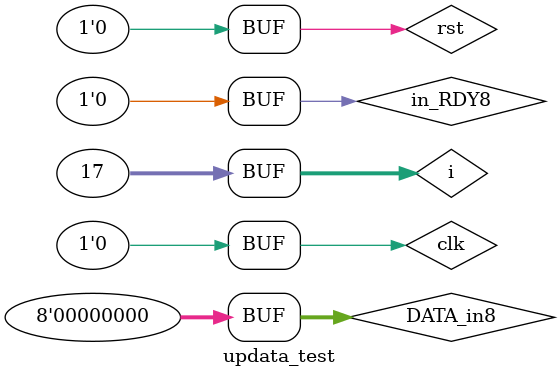
<source format=v>
module updata_test;

reg clk, rst;
reg in_RDY8;
wire out_RDY8, state_cmp8;
wire [7:0] DATA_out8;
reg [7:0] DATA_in8;
integer i;


updata updt(.clk(clk), .rst(rst), .in_RDY8(in_RDY8), .DATA_in8(DATA_in8), .state_cmp8(state_cmp8), .out_RDY8(out_RDY8), .DATA_out8(DATA_out8));

initial 
	begin
	     clk = 0;
	     rst = 1; 
	#10  clk = 1;
	#10  clk = 0;
	#10  clk = 1;
	     rst = 0;
	     in_RDY8 = 1;	     
	#10  clk = 0;
	#10  clk = 1;
	     DATA_in8 = 8'b000_1000;			// number of stations --> 8 DEC
	#10  clk = 0;
	#10  clk = 1;
	     DATA_in8 = 8'b0010_0010;			// location --> line 1 station 2
	#10  clk = 0;
	#10  clk = 1;
	     in_RDY8 = 0;	
	     DATA_in8 = 8'b0000_0000;			// clear input
	#10  clk = 0;
	
	for(i=0;i<17;i=i+1) begin
		#10 clk = 1;
		#10 clk = 0;
		end
	end
endmodule

</source>
